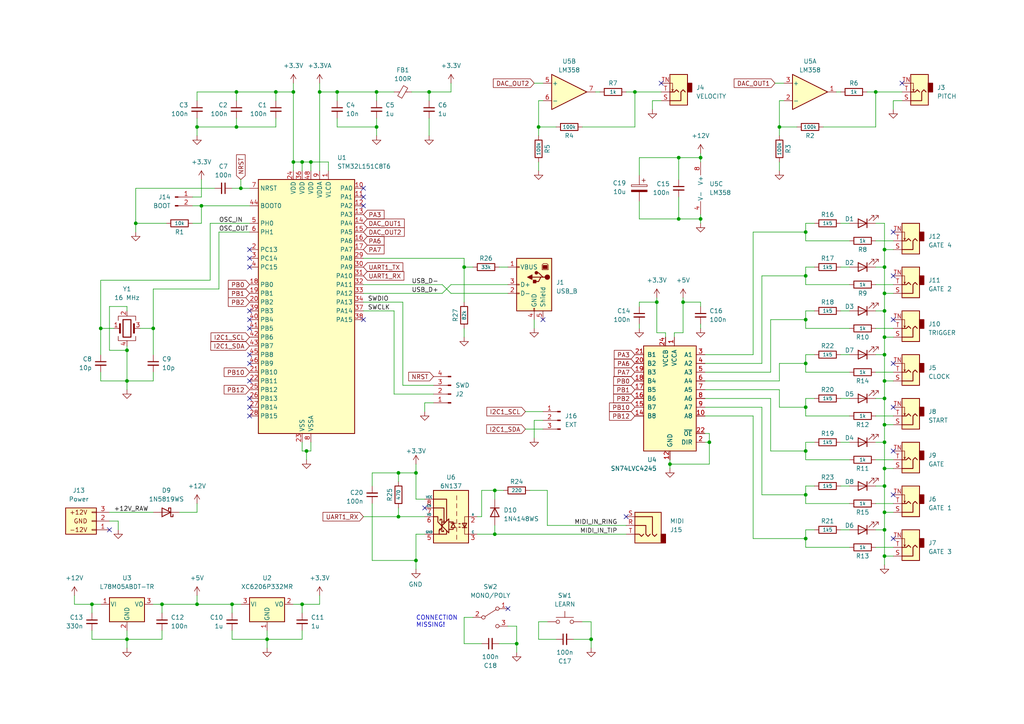
<source format=kicad_sch>
(kicad_sch (version 20250114) (generator "eeschema") (generator_version "9.0")
  (paper "A4")
  (text "CONNECTION\nMISSING!" (at 120.65 180.34 0) (effects (font (size 1.27 1.27)) (justify left)))
  (junction (at 87.63 175.26))
  (junction (at 256.54 153.67))
  (junction (at 205.74 128.27))
  (junction (at 143.51 154.94))
  (junction (at 196.85 45.72))
  (junction (at 90.17 46.99))
  (junction (at 36.83 185.42))
  (junction (at 190.5 87.63))
  (junction (at 120.65 137.16))
  (junction (at 233.68 156.21))
  (junction (at 149.86 186.69))
  (junction (at 203.2 63.5))
  (junction (at 233.68 92.71))
  (junction (at 36.83 101.6))
  (junction (at 256.54 72.39))
  (junction (at 184.15 26.67))
  (junction (at 233.68 80.01))
  (junction (at 92.71 26.67))
  (junction (at 256.54 128.27))
  (junction (at 134.62 77.47))
  (junction (at 194.31 134.62))
  (junction (at 67.31 175.26))
  (junction (at 203.2 45.72))
  (junction (at 97.79 26.67))
  (junction (at 256.54 115.57))
  (junction (at 36.83 110.49))
  (junction (at 156.21 36.83))
  (junction (at 171.45 185.42))
  (junction (at 198.12 87.63))
  (junction (at 85.09 26.67))
  (junction (at 226.06 36.83))
  (junction (at 88.9 130.81))
  (junction (at 196.85 63.5))
  (junction (at 26.67 175.26))
  (junction (at 68.58 36.83))
  (junction (at 254 26.67))
  (junction (at 115.57 149.86))
  (junction (at 46.99 175.26))
  (junction (at 69.85 54.61))
  (junction (at 58.42 59.69))
  (junction (at 233.68 130.81))
  (junction (at 233.68 105.41))
  (junction (at 29.21 95.25))
  (junction (at 57.15 36.83))
  (junction (at 85.09 46.99))
  (junction (at 256.54 77.47))
  (junction (at 256.54 110.49))
  (junction (at 120.65 162.56))
  (junction (at 233.68 67.31))
  (junction (at 109.22 36.83))
  (junction (at 256.54 85.09))
  (junction (at 233.68 118.11))
  (junction (at 87.63 46.99))
  (junction (at 256.54 102.87))
  (junction (at 256.54 140.97))
  (junction (at 256.54 161.29))
  (junction (at 143.51 142.24))
  (junction (at 256.54 97.79))
  (junction (at 39.37 64.77))
  (junction (at 68.58 26.67))
  (junction (at 256.54 148.59))
  (junction (at 80.01 26.67))
  (junction (at 256.54 90.17))
  (junction (at 57.15 175.26))
  (junction (at 115.57 137.16))
  (junction (at 256.54 135.89))
  (junction (at 124.46 26.67))
  (junction (at 256.54 123.19))
  (junction (at 44.45 95.25))
  (junction (at 233.68 143.51))
  (junction (at 77.47 185.42))
  (junction (at 109.22 26.67))
  (no_connect (at 259.08 156.21))
  (no_connect (at 123.19 147.32))
  (no_connect (at 105.41 59.69))
  (no_connect (at 72.39 77.47))
  (no_connect (at 72.39 118.11))
  (no_connect (at 259.08 80.01))
  (no_connect (at 105.41 57.15))
  (no_connect (at 72.39 120.65))
  (no_connect (at 259.08 105.41))
  (no_connect (at 72.39 95.25))
  (no_connect (at 259.08 130.81))
  (no_connect (at 105.41 92.71))
  (no_connect (at 72.39 105.41))
  (no_connect (at 147.32 176.53))
  (no_connect (at 105.41 54.61))
  (no_connect (at 259.08 143.51))
  (no_connect (at 259.08 67.31))
  (no_connect (at 72.39 74.93))
  (no_connect (at 72.39 90.17))
  (no_connect (at 72.39 115.57))
  (no_connect (at 157.48 92.71))
  (no_connect (at 261.62 24.13))
  (no_connect (at 72.39 72.39))
  (no_connect (at 72.39 92.71))
  (no_connect (at 259.08 92.71))
  (no_connect (at 181.61 149.86))
  (no_connect (at 72.39 102.87))
  (no_connect (at 259.08 118.11))
  (no_connect (at 72.39 110.49))
  (no_connect (at 31.75 153.67))
  (no_connect (at 191.77 24.13))
  (wire (pts (xy 226.06 118.11) (xy 233.68 118.11)))
  (wire (pts (xy 198.12 87.63) (xy 198.12 96.52)))
  (wire (pts (xy 204.47 113.03) (xy 226.06 113.03)))
  (wire (pts (xy 224.79 24.13) (xy 227.33 24.13)))
  (wire (pts (xy 233.68 102.87) (xy 236.22 102.87)))
  (wire (pts (xy 243.84 64.77) (xy 246.38 64.77)))
  (wire (pts (xy 58.42 52.07) (xy 58.42 57.15)))
  (wire (pts (xy 256.54 135.89) (xy 256.54 140.97)))
  (wire (pts (xy 185.42 45.72) (xy 196.85 45.72)))
  (wire (pts (xy 72.39 67.31) (xy 63.5 67.31)))
  (wire (pts (xy 68.58 26.67) (xy 80.01 26.67)))
  (wire (pts (xy 243.84 102.87) (xy 246.38 102.87)))
  (wire (pts (xy 92.71 24.13) (xy 92.71 26.67)))
  (wire (pts (xy 256.54 85.09) (xy 259.08 85.09)))
  (wire (pts (xy 158.75 152.4) (xy 181.61 152.4)))
  (wire (pts (xy 114.3 114.3) (xy 125.73 114.3)))
  (wire (pts (xy 254 153.67) (xy 256.54 153.67)))
  (wire (pts (xy 185.42 88.9) (xy 185.42 87.63)))
  (wire (pts (xy 139.7 149.86) (xy 139.7 142.24)))
  (wire (pts (xy 185.42 50.8) (xy 185.42 45.72)))
  (wire (pts (xy 58.42 59.69) (xy 58.42 64.77)))
  (wire (pts (xy 198.12 96.52) (xy 195.58 96.52)))
  (wire (pts (xy 259.08 29.21) (xy 261.62 29.21)))
  (wire (pts (xy 87.63 128.27) (xy 87.63 130.81)))
  (wire (pts (xy 194.31 134.62) (xy 194.31 135.89)))
  (wire (pts (xy 26.67 182.88) (xy 26.67 185.42)))
  (wire (pts (xy 44.45 110.49) (xy 44.45 107.95)))
  (wire (pts (xy 233.68 64.77) (xy 236.22 64.77)))
  (wire (pts (xy 204.47 125.73) (xy 205.74 125.73)))
  (wire (pts (xy 152.4 119.38) (xy 157.48 119.38)))
  (wire (pts (xy 233.68 128.27) (xy 236.22 128.27)))
  (wire (pts (xy 256.54 102.87) (xy 256.54 110.49)))
  (wire (pts (xy 184.15 26.67) (xy 184.15 36.83)))
  (wire (pts (xy 223.52 92.71) (xy 233.68 92.71)))
  (wire (pts (xy 80.01 29.21) (xy 80.01 26.67)))
  (wire (pts (xy 46.99 182.88) (xy 46.99 185.42)))
  (wire (pts (xy 69.85 52.07) (xy 69.85 54.61)))
  (wire (pts (xy 57.15 36.83) (xy 57.15 34.29)))
  (wire (pts (xy 233.68 140.97) (xy 233.68 143.51)))
  (wire (pts (xy 39.37 54.61) (xy 62.23 54.61)))
  (wire (pts (xy 173.99 26.67) (xy 172.72 26.67)))
  (wire (pts (xy 139.7 186.69) (xy 134.62 186.69)))
  (wire (pts (xy 29.21 81.28) (xy 29.21 95.25)))
  (wire (pts (xy 130.81 82.55) (xy 147.32 82.55)))
  (wire (pts (xy 44.45 95.25) (xy 44.45 102.87)))
  (wire (pts (xy 256.54 123.19) (xy 259.08 123.19)))
  (wire (pts (xy 87.63 130.81) (xy 88.9 130.81)))
  (wire (pts (xy 105.41 90.17) (xy 114.3 90.17)))
  (wire (pts (xy 156.21 36.83) (xy 161.29 36.83)))
  (wire (pts (xy 87.63 49.53) (xy 87.63 46.99)))
  (wire (pts (xy 233.68 130.81) (xy 233.68 133.35)))
  (wire (pts (xy 109.22 26.67) (xy 109.22 29.21)))
  (wire (pts (xy 55.88 59.69) (xy 58.42 59.69)))
  (wire (pts (xy 194.31 133.35) (xy 194.31 134.62)))
  (wire (pts (xy 218.44 67.31) (xy 233.68 67.31)))
  (wire (pts (xy 52.07 148.59) (xy 57.15 148.59)))
  (wire (pts (xy 123.19 144.78) (xy 120.65 144.78)))
  (wire (pts (xy 233.68 118.11) (xy 233.68 120.65)))
  (wire (pts (xy 130.81 82.55) (xy 128.27 85.09)))
  (wire (pts (xy 55.88 64.77) (xy 58.42 64.77)))
  (wire (pts (xy 233.68 95.25) (xy 246.38 95.25)))
  (wire (pts (xy 256.54 123.19) (xy 256.54 128.27)))
  (wire (pts (xy 60.96 64.77) (xy 60.96 81.28)))
  (wire (pts (xy 233.68 120.65) (xy 246.38 120.65)))
  (wire (pts (xy 233.68 77.47) (xy 233.68 80.01)))
  (wire (pts (xy 166.37 185.42) (xy 171.45 185.42)))
  (wire (pts (xy 115.57 149.86) (xy 123.19 149.86)))
  (wire (pts (xy 124.46 34.29) (xy 124.46 39.37)))
  (wire (pts (xy 88.9 130.81) (xy 88.9 133.35)))
  (wire (pts (xy 26.67 177.8) (xy 26.67 175.26)))
  (wire (pts (xy 124.46 26.67) (xy 119.38 26.67)))
  (wire (pts (xy 254 128.27) (xy 256.54 128.27)))
  (wire (pts (xy 77.47 185.42) (xy 77.47 182.88)))
  (wire (pts (xy 256.54 115.57) (xy 256.54 123.19)))
  (wire (pts (xy 204.47 102.87) (xy 218.44 102.87)))
  (wire (pts (xy 152.4 124.46) (xy 157.48 124.46)))
  (wire (pts (xy 218.44 156.21) (xy 233.68 156.21)))
  (wire (pts (xy 256.54 64.77) (xy 256.54 72.39)))
  (wire (pts (xy 233.68 158.75) (xy 246.38 158.75)))
  (wire (pts (xy 92.71 26.67) (xy 97.79 26.67)))
  (wire (pts (xy 29.21 95.25) (xy 29.21 102.87)))
  (wire (pts (xy 144.78 186.69) (xy 149.86 186.69)))
  (wire (pts (xy 226.06 105.41) (xy 233.68 105.41)))
  (wire (pts (xy 223.52 130.81) (xy 233.68 130.81)))
  (wire (pts (xy 256.54 110.49) (xy 259.08 110.49)))
  (wire (pts (xy 233.68 153.67) (xy 236.22 153.67)))
  (wire (pts (xy 107.95 137.16) (xy 115.57 137.16)))
  (wire (pts (xy 190.5 96.52) (xy 193.04 96.52)))
  (wire (pts (xy 80.01 36.83) (xy 68.58 36.83)))
  (wire (pts (xy 120.65 144.78) (xy 120.65 137.16)))
  (wire (pts (xy 67.31 177.8) (xy 67.31 175.26)))
  (wire (pts (xy 92.71 26.67) (xy 92.71 49.53)))
  (wire (pts (xy 226.06 36.83) (xy 226.06 29.21)))
  (wire (pts (xy 68.58 34.29) (xy 68.58 36.83)))
  (wire (pts (xy 123.19 119.38) (xy 123.19 116.84)))
  (wire (pts (xy 171.45 180.34) (xy 171.45 185.42)))
  (wire (pts (xy 254 77.47) (xy 256.54 77.47)))
  (wire (pts (xy 68.58 29.21) (xy 68.58 26.67)))
  (wire (pts (xy 138.43 154.94) (xy 143.51 154.94)))
  (wire (pts (xy 243.84 128.27) (xy 246.38 128.27)))
  (wire (pts (xy 116.84 111.76) (xy 125.73 111.76)))
  (wire (pts (xy 156.21 185.42) (xy 156.21 180.34)))
  (wire (pts (xy 233.68 115.57) (xy 236.22 115.57)))
  (wire (pts (xy 143.51 142.24) (xy 143.51 144.78)))
  (wire (pts (xy 29.21 95.25) (xy 33.02 95.25)))
  (wire (pts (xy 97.79 26.67) (xy 97.79 29.21)))
  (wire (pts (xy 63.5 83.82) (xy 44.45 83.82)))
  (wire (pts (xy 58.42 59.69) (xy 72.39 59.69)))
  (wire (pts (xy 57.15 172.72) (xy 57.15 175.26)))
  (wire (pts (xy 31.75 88.9) (xy 31.75 101.6)))
  (wire (pts (xy 116.84 87.63) (xy 116.84 111.76)))
  (wire (pts (xy 254 133.35) (xy 259.08 133.35)))
  (wire (pts (xy 97.79 26.67) (xy 109.22 26.67)))
  (wire (pts (xy 46.99 175.26) (xy 46.99 177.8)))
  (wire (pts (xy 196.85 63.5) (xy 203.2 63.5)))
  (wire (pts (xy 147.32 181.61) (xy 149.86 181.61)))
  (wire (pts (xy 233.68 156.21) (xy 233.68 158.75)))
  (wire (pts (xy 139.7 142.24) (xy 143.51 142.24)))
  (wire (pts (xy 107.95 140.97) (xy 107.95 137.16)))
  (wire (pts (xy 109.22 36.83) (xy 109.22 34.29)))
  (wire (pts (xy 154.94 121.92) (xy 157.48 121.92)))
  (wire (pts (xy 107.95 162.56) (xy 120.65 162.56)))
  (wire (pts (xy 57.15 175.26) (xy 67.31 175.26)))
  (wire (pts (xy 256.54 85.09) (xy 256.54 90.17)))
  (wire (pts (xy 114.3 90.17) (xy 114.3 114.3)))
  (wire (pts (xy 203.2 87.63) (xy 198.12 87.63)))
  (wire (pts (xy 85.09 46.99) (xy 87.63 46.99)))
  (wire (pts (xy 205.74 125.73) (xy 205.74 128.27)))
  (wire (pts (xy 34.29 151.13) (xy 34.29 153.67)))
  (wire (pts (xy 203.2 63.5) (xy 203.2 62.23)))
  (wire (pts (xy 254 90.17) (xy 256.54 90.17)))
  (wire (pts (xy 144.78 77.47) (xy 147.32 77.47)))
  (wire (pts (xy 130.81 26.67) (xy 124.46 26.67)))
  (wire (pts (xy 233.68 102.87) (xy 233.68 105.41)))
  (wire (pts (xy 256.54 77.47) (xy 256.54 85.09)))
  (wire (pts (xy 57.15 29.21) (xy 57.15 26.67)))
  (wire (pts (xy 256.54 72.39) (xy 259.08 72.39)))
  (wire (pts (xy 256.54 153.67) (xy 256.54 161.29)))
  (wire (pts (xy 220.98 105.41) (xy 220.98 80.01)))
  (wire (pts (xy 105.41 74.93) (xy 134.62 74.93)))
  (wire (pts (xy 251.46 26.67) (xy 254 26.67)))
  (wire (pts (xy 115.57 139.7) (xy 115.57 137.16)))
  (wire (pts (xy 46.99 185.42) (xy 36.83 185.42)))
  (wire (pts (xy 120.65 162.56) (xy 120.65 165.1)))
  (wire (pts (xy 204.47 107.95) (xy 223.52 107.95)))
  (wire (pts (xy 85.09 26.67) (xy 85.09 46.99)))
  (wire (pts (xy 87.63 175.26) (xy 85.09 175.26)))
  (wire (pts (xy 39.37 64.77) (xy 39.37 67.31)))
  (wire (pts (xy 156.21 39.37) (xy 156.21 36.83)))
  (wire (pts (xy 254 95.25) (xy 259.08 95.25)))
  (wire (pts (xy 233.68 77.47) (xy 236.22 77.47)))
  (wire (pts (xy 158.75 142.24) (xy 153.67 142.24)))
  (wire (pts (xy 198.12 86.36) (xy 198.12 87.63)))
  (wire (pts (xy 185.42 63.5) (xy 196.85 63.5)))
  (wire (pts (xy 31.75 151.13) (xy 34.29 151.13)))
  (wire (pts (xy 256.54 128.27) (xy 256.54 135.89)))
  (wire (pts (xy 203.2 93.98) (xy 203.2 95.25)))
  (wire (pts (xy 218.44 102.87) (xy 218.44 67.31)))
  (wire (pts (xy 105.41 149.86) (xy 115.57 149.86)))
  (wire (pts (xy 233.68 105.41) (xy 233.68 107.95)))
  (wire (pts (xy 204.47 105.41) (xy 220.98 105.41)))
  (wire (pts (xy 90.17 46.99) (xy 87.63 46.99)))
  (wire (pts (xy 80.01 34.29) (xy 80.01 36.83)))
  (wire (pts (xy 156.21 36.83) (xy 156.21 29.21)))
  (wire (pts (xy 218.44 120.65) (xy 218.44 156.21)))
  (wire (pts (xy 154.94 24.13) (xy 157.48 24.13)))
  (wire (pts (xy 72.39 64.77) (xy 60.96 64.77)))
  (wire (pts (xy 57.15 26.67) (xy 68.58 26.67)))
  (wire (pts (xy 226.06 29.21) (xy 227.33 29.21)))
  (wire (pts (xy 168.91 36.83) (xy 184.15 36.83)))
  (wire (pts (xy 36.83 88.9) (xy 31.75 88.9)))
  (wire (pts (xy 39.37 64.77) (xy 39.37 54.61)))
  (wire (pts (xy 220.98 118.11) (xy 220.98 143.51)))
  (wire (pts (xy 85.09 24.13) (xy 85.09 26.67)))
  (wire (pts (xy 233.68 92.71) (xy 233.68 95.25)))
  (wire (pts (xy 190.5 86.36) (xy 190.5 87.63)))
  (wire (pts (xy 134.62 186.69) (xy 134.62 179.07)))
  (wire (pts (xy 67.31 54.61) (xy 69.85 54.61)))
  (wire (pts (xy 87.63 182.88) (xy 87.63 185.42)))
  (wire (pts (xy 105.41 87.63) (xy 116.84 87.63)))
  (wire (pts (xy 204.47 128.27) (xy 205.74 128.27)))
  (wire (pts (xy 88.9 130.81) (xy 90.17 130.81)))
  (wire (pts (xy 69.85 54.61) (xy 72.39 54.61)))
  (wire (pts (xy 154.94 92.71) (xy 154.94 95.25)))
  (wire (pts (xy 254 64.77) (xy 256.54 64.77)))
  (wire (pts (xy 168.91 180.34) (xy 171.45 180.34)))
  (wire (pts (xy 80.01 26.67) (xy 85.09 26.67)))
  (wire (pts (xy 256.54 97.79) (xy 259.08 97.79)))
  (wire (pts (xy 226.06 36.83) (xy 231.14 36.83)))
  (wire (pts (xy 21.59 172.72) (xy 21.59 175.26)))
  (wire (pts (xy 196.85 57.15) (xy 196.85 63.5)))
  (wire (pts (xy 196.85 52.07) (xy 196.85 45.72)))
  (wire (pts (xy 233.68 69.85) (xy 246.38 69.85)))
  (wire (pts (xy 97.79 36.83) (xy 109.22 36.83)))
  (wire (pts (xy 256.54 110.49) (xy 256.54 115.57)))
  (wire (pts (xy 190.5 87.63) (xy 190.5 96.52)))
  (wire (pts (xy 134.62 179.07) (xy 137.16 179.07)))
  (wire (pts (xy 130.81 24.13) (xy 130.81 26.67)))
  (wire (pts (xy 134.62 77.47) (xy 134.62 87.63)))
  (wire (pts (xy 233.68 80.01) (xy 233.68 82.55)))
  (wire (pts (xy 40.64 95.25) (xy 44.45 95.25)))
  (wire (pts (xy 256.54 163.83) (xy 256.54 161.29)))
  (wire (pts (xy 31.75 101.6) (xy 36.83 101.6)))
  (wire (pts (xy 256.54 161.29) (xy 259.08 161.29)))
  (wire (pts (xy 220.98 143.51) (xy 233.68 143.51)))
  (wire (pts (xy 193.04 96.52) (xy 193.04 97.79)))
  (wire (pts (xy 161.29 185.42) (xy 156.21 185.42)))
  (wire (pts (xy 203.2 63.5) (xy 203.2 64.77)))
  (wire (pts (xy 243.84 140.97) (xy 246.38 140.97)))
  (wire (pts (xy 203.2 44.45) (xy 203.2 45.72)))
  (wire (pts (xy 44.45 175.26) (xy 46.99 175.26)))
  (wire (pts (xy 114.3 26.67) (xy 109.22 26.67)))
  (wire (pts (xy 256.54 140.97) (xy 256.54 148.59)))
  (wire (pts (xy 254 69.85) (xy 259.08 69.85)))
  (wire (pts (xy 256.54 97.79) (xy 256.54 102.87)))
  (wire (pts (xy 146.05 142.24) (xy 143.51 142.24)))
  (wire (pts (xy 254 140.97) (xy 256.54 140.97)))
  (wire (pts (xy 57.15 36.83) (xy 57.15 39.37)))
  (wire (pts (xy 95.25 46.99) (xy 95.25 49.53)))
  (wire (pts (xy 171.45 187.96) (xy 171.45 185.42)))
  (wire (pts (xy 67.31 175.26) (xy 69.85 175.26)))
  (wire (pts (xy 97.79 34.29) (xy 97.79 36.83)))
  (wire (pts (xy 233.68 82.55) (xy 246.38 82.55)))
  (wire (pts (xy 134.62 74.93) (xy 134.62 77.47)))
  (wire (pts (xy 254 158.75) (xy 259.08 158.75)))
  (wire (pts (xy 233.68 90.17) (xy 236.22 90.17)))
  (wire (pts (xy 124.46 29.21) (xy 124.46 26.67)))
  (wire (pts (xy 256.54 72.39) (xy 256.54 77.47)))
  (wire (pts (xy 67.31 185.42) (xy 77.47 185.42)))
  (wire (pts (xy 68.58 36.83) (xy 57.15 36.83)))
  (wire (pts (xy 109.22 36.83) (xy 109.22 39.37)))
  (wire (pts (xy 184.15 26.67) (xy 191.77 26.67)))
  (wire (pts (xy 156.21 180.34) (xy 158.75 180.34)))
  (wire (pts (xy 181.61 26.67) (xy 184.15 26.67)))
  (wire (pts (xy 189.23 31.75) (xy 189.23 29.21)))
  (wire (pts (xy 223.52 115.57) (xy 223.52 130.81)))
  (wire (pts (xy 92.71 175.26) (xy 87.63 175.26)))
  (wire (pts (xy 243.84 153.67) (xy 246.38 153.67)))
  (wire (pts (xy 105.41 85.09) (xy 128.27 85.09)))
  (wire (pts (xy 256.54 135.89) (xy 259.08 135.89)))
  (wire (pts (xy 123.19 116.84) (xy 125.73 116.84)))
  (wire (pts (xy 36.83 185.42) (xy 36.83 187.96)))
  (wire (pts (xy 233.68 133.35) (xy 246.38 133.35)))
  (wire (pts (xy 120.65 154.94) (xy 120.65 162.56)))
  (wire (pts (xy 243.84 26.67) (xy 242.57 26.67)))
  (wire (pts (xy 254 115.57) (xy 256.54 115.57)))
  (wire (pts (xy 31.75 148.59) (xy 44.45 148.59)))
  (wire (pts (xy 158.75 152.4) (xy 158.75 142.24)))
  (wire (pts (xy 254 107.95) (xy 259.08 107.95)))
  (wire (pts (xy 57.15 146.05) (xy 57.15 148.59)))
  (wire (pts (xy 29.21 107.95) (xy 29.21 110.49)))
  (wire (pts (xy 243.84 90.17) (xy 246.38 90.17)))
  (wire (pts (xy 254 102.87) (xy 256.54 102.87)))
  (wire (pts (xy 233.68 67.31) (xy 233.68 69.85)))
  (wire (pts (xy 204.47 110.49) (xy 226.06 110.49)))
  (wire (pts (xy 254 26.67) (xy 254 36.83)))
  (wire (pts (xy 143.51 154.94) (xy 143.51 152.4)))
  (wire (pts (xy 203.2 88.9) (xy 203.2 87.63)))
  (wire (pts (xy 36.83 101.6) (xy 36.83 110.49)))
  (wire (pts (xy 238.76 36.83) (xy 254 36.83)))
  (wire (pts (xy 205.74 128.27) (xy 205.74 134.62)))
  (wire (pts (xy 92.71 172.72) (xy 92.71 175.26)))
  (wire (pts (xy 29.21 110.49) (xy 36.83 110.49)))
  (wire (pts (xy 226.06 46.99) (xy 226.06 49.53)))
  (wire (pts (xy 233.68 90.17) (xy 233.68 92.71)))
  (wire (pts (xy 107.95 146.05) (xy 107.95 162.56)))
  (wire (pts (xy 154.94 127) (xy 154.94 121.92)))
  (wire (pts (xy 21.59 175.26) (xy 26.67 175.26)))
  (wire (pts (xy 195.58 96.52) (xy 195.58 97.79)))
  (wire (pts (xy 36.83 101.6) (xy 36.83 100.33)))
  (wire (pts (xy 128.27 82.55) (xy 130.81 85.09)))
  (wire (pts (xy 115.57 137.16) (xy 120.65 137.16)))
  (wire (pts (xy 196.85 45.72) (xy 203.2 45.72)))
  (wire (pts (xy 58.42 57.15) (xy 55.88 57.15)))
  (wire (pts (xy 39.37 64.77) (xy 48.26 64.77)))
  (wire (pts (xy 256.54 90.17) (xy 256.54 97.79)))
  (wire (pts (xy 223.52 107.95) (xy 223.52 92.71)))
  (wire (pts (xy 220.98 80.01) (xy 233.68 80.01)))
  (wire (pts (xy 256.54 148.59) (xy 259.08 148.59)))
  (wire (pts (xy 254 120.65) (xy 259.08 120.65)))
  (wire (pts (xy 254 82.55) (xy 259.08 82.55)))
  (wire (pts (xy 120.65 134.62) (xy 120.65 137.16)))
  (wire (pts (xy 226.06 110.49) (xy 226.06 105.41)))
  (wire (pts (xy 254 26.67) (xy 261.62 26.67)))
  (wire (pts (xy 185.42 93.98) (xy 185.42 95.25)))
  (wire (pts (xy 204.47 118.11) (xy 220.98 118.11)))
  (wire (pts (xy 77.47 185.42) (xy 77.47 187.96)))
  (wire (pts (xy 243.84 77.47) (xy 246.38 77.47)))
  (wire (pts (xy 123.19 154.94) (xy 120.65 154.94)))
  (wire (pts (xy 226.06 39.37) (xy 226.06 36.83)))
  (wire (pts (xy 143.51 154.94) (xy 181.61 154.94)))
  (wire (pts (xy 205.74 134.62) (xy 194.31 134.62)))
  (wire (pts (xy 203.2 45.72) (xy 203.2 46.99)))
  (wire (pts (xy 44.45 83.82) (xy 44.45 95.25)))
  (wire (pts (xy 36.83 90.17) (xy 36.83 88.9)))
  (wire (pts (xy 233.68 115.57) (xy 233.68 118.11)))
  (wire (pts (xy 90.17 49.53) (xy 90.17 46.99)))
  (wire (pts (xy 149.86 181.61) (xy 149.86 186.69)))
  (wire (pts (xy 204.47 120.65) (xy 218.44 120.65)))
  (wire (pts (xy 233.68 146.05) (xy 246.38 146.05)))
  (wire (pts (xy 46.99 175.26) (xy 57.15 175.26)))
  (wire (pts (xy 137.16 77.47) (xy 134.62 77.47)))
  (wire (pts (xy 233.68 153.67) (xy 233.68 156.21)))
  (wire (pts (xy 226.06 113.03) (xy 226.06 118.11)))
  (wire (pts (xy 139.7 149.86) (xy 138.43 149.86)))
  (wire (pts (xy 63.5 67.31) (xy 63.5 83.82)))
  (wire (pts (xy 90.17 130.81) (xy 90.17 128.27)))
  (wire (pts (xy 156.21 29.21) (xy 157.48 29.21)))
  (wire (pts (xy 87.63 185.42) (xy 77.47 185.42)))
  (wire (pts (xy 204.47 115.57) (xy 223.52 115.57)))
  (wire (pts (xy 156.21 46.99) (xy 156.21 49.53)))
  (wire (pts (xy 115.57 147.32) (xy 115.57 149.86)))
  (wire (pts (xy 90.17 46.99) (xy 95.25 46.99)))
  (wire (pts (xy 26.67 175.26) (xy 29.21 175.26)))
  (wire (pts (xy 259.08 31.75) (xy 259.08 29.21)))
  (wire (pts (xy 243.84 115.57) (xy 246.38 115.57)))
  (wire (pts (xy 134.62 95.25) (xy 134.62 97.79)))
  (wire (pts (xy 185.42 58.42) (xy 185.42 63.5)))
  (wire (pts (xy 36.83 110.49) (xy 44.45 110.49)))
  (wire (pts (xy 233.68 140.97) (xy 236.22 140.97)))
  (wire (pts (xy 36.83 185.42) (xy 36.83 182.88)))
  (wire (pts (xy 67.31 182.88) (xy 67.31 185.42)))
  (wire (pts (xy 36.83 110.49) (xy 36.83 113.03)))
  (wire (pts (xy 85.09 46.99) (xy 85.09 49.53)))
  (wire (pts (xy 233.68 64.77) (xy 233.68 67.31)))
  (wire (pts (xy 256.54 148.59) (xy 256.54 153.67)))
  (wire (pts (xy 149.86 189.23) (xy 149.86 186.69)))
  (wire (pts (xy 105.41 82.55) (xy 128.27 82.55)))
  (wire (pts (xy 26.67 185.42) (xy 36.83 185.42)))
  (wire (pts (xy 130.81 85.09) (xy 147.32 85.09)))
  (wire (pts (xy 189.23 29.21) (xy 191.77 29.21)))
  (wire (pts (xy 185.42 87.63) (xy 190.5 87.63)))
  (wire (pts (xy 233.68 128.27) (xy 233.68 130.81)))
  (wire (pts (xy 233.68 107.95) (xy 246.38 107.95)))
  (wire (pts (xy 87.63 177.8) (xy 87.63 175.26)))
  (wire (pts (xy 60.96 81.28) (xy 29.21 81.28)))
  (wire (pts (xy 254 146.05) (xy 259.08 146.05)))
  (wire (pts (xy 233.68 143.51) (xy 233.68 146.05)))
  (label "OSC_OUT" (at 63.5 67.31 0))
  (label "USB_D-" (at 119.38 82.55 0))
  (label "SWCLK" (at 106.68 90.17 0))
  (label "MIDI_IN_RING" (at 179.07 152.4 180))
  (label "MIDI_IN_TIP" (at 179.07 154.94 180))
  (label "USB_D+" (at 119.38 85.09 0))
  (label "OSC_IN" (at 63.5 64.77 0))
  (label "SWDIO" (at 106.68 87.63 0))
  (label "+12V_RAW" (at 33.02 148.59 0))
  (global_label "PB0" (shape input) (at 72.39 82.55 180) (property "Intersheetrefs" "${INTERSHEET_REFS}" (effects (hide yes))))
  (global_label "DAC_OUT1" (shape input) (at 224.79 24.13 180) (property "Intersheetrefs" "${INTERSHEET_REFS}" (effects (hide yes))))
  (global_label "I2C1_SDA" (shape input) (at 152.4 124.46 180) (property "Intersheetrefs" "${INTERSHEET_REFS}" (effects (hide yes))))
  (global_label "UART1_TX" (shape input) (at 105.41 77.47 0) (property "Intersheetrefs" "${INTERSHEET_REFS}" (effects (hide yes))))
  (global_label "PB0" (shape input) (at 184.15 110.49 180) (property "Intersheetrefs" "${INTERSHEET_REFS}" (effects (hide yes))))
  (global_label "DAC_OUT1" (shape input) (at 105.41 64.77 0) (property "Intersheetrefs" "${INTERSHEET_REFS}" (effects (hide yes))))
  (global_label "PB1" (shape input) (at 184.15 113.03 180) (property "Intersheetrefs" "${INTERSHEET_REFS}" (effects (hide yes))))
  (global_label "PA7" (shape input) (at 105.41 72.39 0) (property "Intersheetrefs" "${INTERSHEET_REFS}" (effects (hide yes))))
  (global_label "PB12" (shape input) (at 184.15 120.65 180) (property "Intersheetrefs" "${INTERSHEET_REFS}" (effects (hide yes))))
  (global_label "PB10" (shape input) (at 72.39 107.95 180) (property "Intersheetrefs" "${INTERSHEET_REFS}" (effects (hide yes))))
  (global_label "PA3" (shape input) (at 184.15 102.87 180) (property "Intersheetrefs" "${INTERSHEET_REFS}" (effects (hide yes))))
  (global_label "UART1_RX" (shape input) (at 105.41 80.01 0) (property "Intersheetrefs" "${INTERSHEET_REFS}" (effects (hide yes))))
  (global_label "PB2" (shape input) (at 184.15 115.57 180) (property "Intersheetrefs" "${INTERSHEET_REFS}" (effects (hide yes))))
  (global_label "I2C1_SCL" (shape input) (at 72.39 97.79 180) (property "Intersheetrefs" "${INTERSHEET_REFS}" (effects (hide yes))))
  (global_label "NRST" (shape input) (at 125.73 109.22 180) (property "Intersheetrefs" "${INTERSHEET_REFS}" (effects (hide yes))))
  (global_label "DAC_OUT2" (shape input) (at 154.94 24.13 180) (property "Intersheetrefs" "${INTERSHEET_REFS}" (effects (hide yes))))
  (global_label "UART1_RX" (shape input) (at 105.41 149.86 180) (property "Intersheetrefs" "${INTERSHEET_REFS}" (effects (hide yes))))
  (global_label "PA6" (shape input) (at 184.15 105.41 180) (property "Intersheetrefs" "${INTERSHEET_REFS}" (effects (hide yes))))
  (global_label "PB12" (shape input) (at 72.39 113.03 180) (property "Intersheetrefs" "${INTERSHEET_REFS}" (effects (hide yes))))
  (global_label "PA6" (shape input) (at 105.41 69.85 0) (property "Intersheetrefs" "${INTERSHEET_REFS}" (effects (hide yes))))
  (global_label "PB10" (shape input) (at 184.15 118.11 180) (property "Intersheetrefs" "${INTERSHEET_REFS}" (effects (hide yes))))
  (global_label "DAC_OUT2" (shape input) (at 105.41 67.31 0) (property "Intersheetrefs" "${INTERSHEET_REFS}" (effects (hide yes))))
  (global_label "PA3" (shape input) (at 105.41 62.23 0) (property "Intersheetrefs" "${INTERSHEET_REFS}" (effects (hide yes))))
  (global_label "PB1" (shape input) (at 72.39 85.09 180) (property "Intersheetrefs" "${INTERSHEET_REFS}" (effects (hide yes))))
  (global_label "PB2" (shape input) (at 72.39 87.63 180) (property "Intersheetrefs" "${INTERSHEET_REFS}" (effects (hide yes))))
  (global_label "I2C1_SCL" (shape input) (at 152.4 119.38 180) (property "Intersheetrefs" "${INTERSHEET_REFS}" (effects (hide yes))))
  (global_label "NRST" (shape input) (at 69.85 52.07 90) (property "Intersheetrefs" "${INTERSHEET_REFS}" (effects (hide yes))))
  (global_label "I2C1_SDA" (shape input) (at 72.39 100.33 180) (property "Intersheetrefs" "${INTERSHEET_REFS}" (effects (hide yes))))
  (global_label "PA7" (shape input) (at 184.15 107.95 180) (property "Intersheetrefs" "${INTERSHEET_REFS}" (effects (hide yes))))
  (symbol (lib_id "power:GND") (at 189.23 31.75 0) (unit 1)
    (property "Reference" "#PWR025" (effects (hide yes)))
    (property "Value" "GND" (effects (hide yes)))
  )
  (symbol (lib_id "power:GND") (at 34.29 153.67 0) (unit 1)
    (property "Reference" "#PWR033" (effects (hide yes)))
    (property "Value" "GND" (effects (hide yes)))
  )
  (symbol (lib_id "Device:R") (at 250.19 120.65 90) (unit 1)
    (property "Reference" "R12" (at 250.19 123.19 90))
    (property "Value" "1k" (at 250.19 120.65 90) (effects (font (size 1 1))))
    (property "Footprint" "Resistor_SMD:R_0603_1608Metric" (effects (hide yes)))
    (property "LCSC" "C21190" (effects (hide yes)))
  )
  (symbol (lib_id "power:GND") (at 171.45 187.96 0) (mirror y) (unit 1)
    (property "Reference" "#PWR032" (effects (hide yes)))
    (property "Value" "GND" (effects (hide yes)))
  )
  (symbol (lib_id "power:GND") (at 57.15 39.37 0) (unit 1)
    (property "Reference" "#PWR03" (effects (hide yes)))
    (property "Value" "GND" (effects (hide yes)))
  )
  (symbol (lib_id "power:GND") (at 88.9 133.35 0) (unit 1)
    (property "Reference" "#PWR01" (effects (hide yes)))
    (property "Value" "GND" (effects (hide yes)))
  )
  (symbol (lib_id "power:GND") (at 226.06 49.53 0) (unit 1)
    (property "Reference" "#PWR023" (effects (hide yes)))
    (property "Value" "GND" (effects (hide yes)))
  )
  (symbol (lib_id "Device:LED") (at 250.19 64.77 180) (unit 1)
    (property "Reference" "D1" (at 246.38 63.5 0))
    (property "Value" "LED" (effects (hide yes)))
    (property "Footprint" "TimsLib:LED_D3.0mm_Centered" (effects (hide yes)))
  )
  (symbol (lib_id "Connector_Audio:AudioJack2_SwitchT") (at 264.16 158.75 180) (unit 1)
    (property "Reference" "J7" (at 269.24 157.48 0) (effects (justify right)))
    (property "Value" "GATE 3" (at 269.24 160.02 0) (effects (justify right)))
    (property "Footprint" "TimsLib:Jack_3.5mm_PJ398SM_Vertical" (effects (hide yes)))
  )
  (symbol (lib_id "Device:C_Small") (at 44.45 105.41 0) (unit 1)
    (property "Reference" "C9" (at 46.99 104.14 0) (effects (justify left)))
    (property "Value" "10p" (at 46.99 106.68 0) (effects (justify left)))
    (property "Footprint" "Capacitor_SMD:C_0402_1005Metric" (effects (hide yes)))
    (property "LCSC" "C32949" (effects (hide yes)))
  )
  (symbol (lib_id "Diode:1N4148WS") (at 143.51 148.59 90) (mirror x) (unit 1)
    (property "Reference" "D10" (at 146.05 147.955 90) (effects (justify right)))
    (property "Value" "1N4148WS" (at 146.05 150.495 90) (effects (justify right)))
    (property "Footprint" "Diode_SMD:D_SOD-323" (effects (hide yes)))
    (property "Datasheet" "https://www.vishay.com/docs/85751/1n4148ws.pdf" (effects (hide yes)))
    (property "Sim.Device" "D" (effects (hide yes)))
    (property "Sim.Pins" "1=K 2=A" (effects (hide yes)))
    (property "LCSC" "1N4148WS" (effects (hide yes)))
  )
  (symbol (lib_id "Device:LED") (at 250.19 128.27 180) (unit 1)
    (property "Reference" "D4" (at 246.38 127 0))
    (property "Value" "LED" (effects (hide yes)))
    (property "Footprint" "TimsLib:LED_D3.0mm_Centered" (effects (hide yes)))
  )
  (symbol (lib_id "Connector:Conn_01x03_Pin") (at 162.56 121.92 0) (mirror y) (unit 1)
    (property "Reference" "J16" (at 163.83 120.65 0) (effects (justify right)))
    (property "Value" "EXT" (at 163.83 123.19 0) (effects (justify right)))
    (property "Footprint" "Connector_PinHeader_2.54mm:PinHeader_1x03_P2.54mm_Vertical" (effects (hide yes)))
  )
  (symbol (lib_id "Device:R") (at 177.8 26.67 90) (unit 1)
    (property "Reference" "R7" (at 177.8 24.13 90))
    (property "Value" "1k" (at 177.8 26.67 90) (effects (font (size 1 1))))
    (property "Footprint" "Resistor_SMD:R_0603_1608Metric" (effects (hide yes)))
    (property "LCSC" "C21190" (effects (hide yes)))
  )
  (symbol (lib_id "Device:R") (at 149.86 142.24 270) (mirror x) (unit 1)
    (property "Reference" "R24" (at 149.86 139.7 90))
    (property "Value" "220" (at 149.86 142.24 90) (effects (font (size 1 1))))
    (property "Footprint" "Resistor_SMD:R_0603_1608Metric" (effects (hide yes)))
    (property "LCSC" "C22962" (effects (hide yes)))
  )
  (symbol (lib_id "power:GND") (at 203.2 95.25 0) (mirror y) (unit 1)
    (property "Reference" "#PWR029" (effects (hide yes)))
    (property "Value" "GND" (effects (hide yes)))
  )
  (symbol (lib_id "power:+3.3V") (at 58.42 52.07 0) (unit 1)
    (property "Reference" "#PWR09" (effects (hide yes)))
    (property "Value" "+3.3V" (at 58.42 46.99 0))
  )
  (symbol (lib_id "power:GND") (at 36.83 187.96 0) (unit 1)
    (property "Reference" "#PWR017" (effects (hide yes)))
    (property "Value" "GND" (effects (hide yes)))
  )
  (symbol (lib_id "Device:R") (at 240.03 140.97 90) (unit 1)
    (property "Reference" "R23" (at 240.03 138.43 90))
    (property "Value" "1k5" (at 240.03 140.97 90) (effects (font (size 1 1))))
    (property "Footprint" "Resistor_SMD:R_0603_1608Metric" (effects (hide yes)))
    (property "LCSC" "C22843" (effects (hide yes)))
  )
  (symbol (lib_id "Device:C_Small") (at 80.01 31.75 0) (mirror y) (unit 1)
    (property "Reference" "C1" (at 77.47 30.48 0) (effects (justify left)))
    (property "Value" "100n" (at 77.47 33.02 0) (effects (justify left)))
    (property "Footprint" "Capacitor_SMD:C_0402_1005Metric" (effects (hide yes)))
    (property "LCSC" "C307331" (effects (hide yes)))
  )
  (symbol (lib_id "Device:LED") (at 250.19 115.57 180) (unit 1)
    (property "Reference" "D5" (at 246.38 114.3 0))
    (property "Value" "LED" (effects (hide yes)))
    (property "Footprint" "TimsLib:LED_D3.0mm_Centered" (effects (hide yes)))
  )
  (symbol (lib_id "power:GND") (at 259.08 31.75 0) (unit 1)
    (property "Reference" "#PWR026" (effects (hide yes)))
    (property "Value" "GND" (effects (hide yes)))
  )
  (symbol (lib_id "power:GND") (at 123.19 119.38 0) (unit 1)
    (property "Reference" "#PWR013" (effects (hide yes)))
    (property "Value" "GND" (effects (hide yes)))
  )
  (symbol (lib_id "Device:R") (at 240.03 102.87 90) (unit 1)
    (property "Reference" "R22" (at 240.03 100.33 90))
    (property "Value" "1k5" (at 240.03 102.87 90) (effects (font (size 1 1))))
    (property "Footprint" "Resistor_SMD:R_0603_1608Metric" (effects (hide yes)))
    (property "LCSC" "C22843" (effects (hide yes)))
  )
  (symbol (lib_id "Regulator_Linear:XC6206PxxxMR") (at 77.47 175.26 0) (unit 1)
    (property "Reference" "U2" (at 77.47 167.64 0))
    (property "Value" "XC6206P332MR" (at 77.47 170.18 0))
    (property "Footprint" "Package_TO_SOT_SMD:SOT-23-3" (effects (hide yes)))
    (property "Datasheet" "https://www.torexsemi.com/file/xc6206/XC6206.pdf" (effects (hide yes)))
    (property "LCSC" "C5446" (effects (hide yes)))
  )
  (symbol (lib_id "Device:C_Small") (at 67.31 180.34 0) (mirror y) (unit 1)
    (property "Reference" "C10" (at 64.77 179.07 0) (effects (justify left)))
    (property "Value" "1u" (at 64.77 181.61 0) (effects (justify left)))
    (property "Footprint" "Capacitor_SMD:C_0805_2012Metric" (effects (hide yes)))
    (property "LCSC" "C28323" (effects (hide yes)))
  )
  (symbol (lib_id "power:GND") (at 203.2 64.77 0) (unit 1)
    (property "Reference" "#PWR021" (effects (hide yes)))
    (property "Value" "GND" (effects (hide yes)))
  )
  (symbol (lib_id "Device:R") (at 250.19 133.35 90) (unit 1)
    (property "Reference" "R11" (at 250.19 135.89 90))
    (property "Value" "1k" (at 250.19 133.35 90) (effects (font (size 1 1))))
    (property "Footprint" "Resistor_SMD:R_0603_1608Metric" (effects (hide yes)))
    (property "LCSC" "C21190" (effects (hide yes)))
  )
  (symbol (lib_id "Connector_Audio:AudioJack2_SwitchT") (at 264.16 133.35 180) (unit 1)
    (property "Reference" "J9" (at 269.24 132.08 0) (effects (justify right)))
    (property "Value" "GATE" (at 269.24 134.62 0) (effects (justify right)))
    (property "Footprint" "TimsLib:Jack_3.5mm_PJ398SM_Vertical" (effects (hide yes)))
  )
  (symbol (lib_id "Connector_Audio:AudioJack2_SwitchT") (at 264.16 82.55 180) (unit 1)
    (property "Reference" "J11" (at 269.24 81.28 0) (effects (justify right)))
    (property "Value" "GATE 2" (at 269.24 83.82 0) (effects (justify right)))
    (property "Footprint" "TimsLib:Jack_3.5mm_PJ398SM_Vertical" (effects (hide yes)))
  )
  (symbol (lib_id "power:GND") (at 154.94 127 0) (unit 1)
    (property "Reference" "#PWR012" (effects (hide yes)))
    (property "Value" "GND" (effects (hide yes)))
  )
  (symbol (lib_id "Device:R") (at 240.03 153.67 90) (unit 1)
    (property "Reference" "R21" (at 240.03 151.13 90))
    (property "Value" "1k5" (at 240.03 153.67 90) (effects (font (size 1 1))))
    (property "Footprint" "Resistor_SMD:R_0603_1608Metric" (effects (hide yes)))
    (property "LCSC" "C22843" (effects (hide yes)))
  )
  (symbol (lib_id "Device:R") (at 250.19 69.85 270) (unit 1)
    (property "Reference" "R8" (at 250.19 72.39 90))
    (property "Value" "1k" (at 250.19 69.85 90) (effects (font (size 1 1))))
    (property "Footprint" "Resistor_SMD:R_0603_1608Metric" (effects (hide yes)))
    (property "LCSC" "C21190" (effects (hide yes)))
  )
  (symbol (lib_id "TimsLib:SN74LVC4245") (at 194.31 115.57 0) (mirror y) (unit 1)
    (property "Reference" "U4" (at 190.5 133.35 0) (effects (justify left)))
    (property "Value" "SN74LVC4245" (at 190.5 135.89 0) (effects (justify left)))
    (property "Footprint" "Package_SO:TSSOP-24_4.4x7.8mm_P0.65mm" (effects (hide yes)))
    (property "Datasheet" "https://www.ti.com/lit/ds/symlink/sn74lvc4245a.pdf" (effects (hide yes)))
    (property "LCSC" "C7859" (effects (hide yes)))
  )
  (symbol (lib_id "power:GND") (at 36.83 113.03 0) (unit 1)
    (property "Reference" "#PWR010" (effects (hide yes)))
    (property "Value" "GND" (effects (hide yes)))
  )
  (symbol (lib_id "Device:C_Small") (at 163.83 185.42 90) (mirror x) (unit 1)
    (property "Reference" "C17" (at 163.83 191.77 90))
    (property "Value" "100n" (at 163.83 189.23 90))
    (property "Footprint" "Capacitor_SMD:C_0402_1005Metric" (effects (hide yes)))
    (property "LCSC" "C307331" (effects (hide yes)))
  )
  (symbol (lib_id "TimsLib:Eurorack-Power_JSH-XH") (at 26.67 151.13 0) (unit 1)
    (property "Reference" "J13" (at 22.86 142.24 0))
    (property "Value" "Power" (at 22.86 144.78 0))
    (property "Footprint" "Connector_JST:JST_XH_B3B-XH-A_1x03_P2.50mm_Vertical" (effects (hide yes)))
  )
  (symbol (lib_id "Device:R") (at 240.03 90.17 90) (unit 1)
    (property "Reference" "R18" (at 240.03 87.63 90))
    (property "Value" "1k5" (at 240.03 90.17 90) (effects (font (size 1 1))))
    (property "Footprint" "Resistor_SMD:R_0603_1608Metric" (effects (hide yes)))
    (property "LCSC" "C22843" (effects (hide yes)))
  )
  (symbol (lib_id "power:+3.3V") (at 85.09 24.13 0) (unit 1)
    (property "Reference" "#PWR02" (effects (hide yes)))
    (property "Value" "+3.3V" (at 85.09 19.05 0))
  )
  (symbol (lib_id "power:+5V") (at 57.15 172.72 0) (unit 1)
    (property "Reference" "#PWR014" (effects (hide yes)))
    (property "Value" "+5V" (at 57.15 167.64 0))
  )
  (symbol (lib_id "Device:LED") (at 250.19 77.47 180) (unit 1)
    (property "Reference" "D2" (at 246.38 76.2 0))
    (property "Value" "LED" (effects (hide yes)))
    (property "Footprint" "TimsLib:LED_D3.0mm_Centered" (effects (hide yes)))
  )
  (symbol (lib_id "Device:R") (at 240.03 64.77 90) (unit 1)
    (property "Reference" "R16" (at 240.03 62.23 90))
    (property "Value" "1k5" (at 240.03 64.77 90) (effects (font (size 1 1))))
    (property "Footprint" "Resistor_SMD:R_0603_1608Metric" (effects (hide yes)))
    (property "LCSC" "C22843" (effects (hide yes)))
  )
  (symbol (lib_id "Device:R") (at 52.07 64.77 270) (unit 1)
    (property "Reference" "R1" (at 52.07 67.31 90))
    (property "Value" "10k" (at 52.07 64.77 90) (effects (font (size 1 1))))
    (property "Footprint" "Resistor_SMD:R_0603_1608Metric" (effects (hide yes)))
    (property "LCSC" "C25804" (effects (hide yes)))
  )
  (symbol (lib_id "Device:C_Small") (at 142.24 186.69 90) (mirror x) (unit 1)
    (property "Reference" "C18" (at 142.24 193.04 90))
    (property "Value" "100n" (at 142.24 190.5 90))
    (property "Footprint" "Capacitor_SMD:C_0402_1005Metric" (effects (hide yes)))
    (property "LCSC" "C307331" (effects (hide yes)))
  )
  (symbol (lib_id "Device:C_Small") (at 68.58 31.75 0) (mirror y) (unit 1)
    (property "Reference" "C2" (at 66.04 30.48 0) (effects (justify left)))
    (property "Value" "100n" (at 66.04 33.02 0) (effects (justify left)))
    (property "Footprint" "Capacitor_SMD:C_0402_1005Metric" (effects (hide yes)))
    (property "LCSC" "C307331" (effects (hide yes)))
  )
  (symbol (lib_id "Connector_Audio:AudioJack2_SwitchT") (at 264.16 95.25 180) (unit 1)
    (property "Reference" "J10" (at 269.24 93.98 0) (effects (justify right)))
    (property "Value" "TRIGGER" (at 269.24 96.52 0) (effects (justify right)))
    (property "Footprint" "TimsLib:Jack_3.5mm_PJ398SM_Vertical" (effects (hide yes)))
  )
  (symbol (lib_id "Device:C_Small") (at 124.46 31.75 0) (unit 1)
    (property "Reference" "C6" (at 127 30.48 0) (effects (justify left)))
    (property "Value" "1u" (at 127 33.02 0) (effects (justify left)))
    (property "Footprint" "Capacitor_SMD:C_0805_2012Metric" (effects (hide yes)))
    (property "LCSC" "C28323" (effects (hide yes)))
  )
  (symbol (lib_id "power:+3.3V") (at 130.81 24.13 0) (unit 1)
    (property "Reference" "#PWR07" (effects (hide yes)))
    (property "Value" "+3.3V" (at 130.81 19.05 0))
  )
  (symbol (lib_id "Connector_Audio:AudioJack2_SwitchT") (at 264.16 120.65 180) (unit 1)
    (property "Reference" "J8" (at 269.24 119.38 0) (effects (justify right)))
    (property "Value" "START" (at 269.24 121.92 0) (effects (justify right)))
    (property "Footprint" "TimsLib:Jack_3.5mm_PJ398SM_Vertical" (effects (hide yes)))
  )
  (symbol (lib_id "Device:C_Small") (at 46.99 180.34 0) (unit 1)
    (property "Reference" "C12" (at 49.53 179.07 0) (effects (justify left)))
    (property "Value" "100n" (at 49.53 181.61 0) (effects (justify left)))
    (property "Footprint" "Capacitor_SMD:C_0805_2012Metric" (effects (hide yes)))
    (property "LCSC" "C49678" (effects (hide yes)))
  )
  (symbol (lib_id "Connector_Audio:AudioJack2_SwitchT") (at 196.85 26.67 180) (unit 1)
    (property "Reference" "J4" (at 201.93 25.4 0) (effects (justify right)))
    (property "Value" "VELOCITY" (at 201.93 27.94 0) (effects (justify right)))
    (property "Footprint" "TimsLib:Jack_3.5mm_PJ398SM_Vertical" (effects (hide yes)))
  )
  (symbol (lib_id "Device:R") (at 250.19 158.75 90) (unit 1)
    (property "Reference" "R13" (at 250.19 161.29 90))
    (property "Value" "1k" (at 250.19 158.75 90) (effects (font (size 1 1))))
    (property "Footprint" "Resistor_SMD:R_0603_1608Metric" (effects (hide yes)))
    (property "LCSC" "C21190" (effects (hide yes)))
  )
  (symbol (lib_id "Device:C_Small") (at 57.15 31.75 0) (mirror y) (unit 1)
    (property "Reference" "C3" (at 54.61 30.48 0) (effects (justify left)))
    (property "Value" "100n" (at 54.61 33.02 0) (effects (justify left)))
    (property "Footprint" "Capacitor_SMD:C_0402_1005Metric" (effects (hide yes)))
    (property "LCSC" "C307331" (effects (hide yes)))
  )
  (symbol (lib_id "Amplifier_Operational:LM358") (at 234.95 26.67 0) (unit 1)
    (property "Reference" "U5" (at 234.95 17.78 0))
    (property "Value" "LM358" (at 234.95 20.32 0))
    (property "Footprint" "Package_SO:SOIC-8_3.9x4.9mm_P1.27mm" (effects (hide yes)))
    (property "Datasheet" "http://www.ti.com/lit/ds/symlink/lm2904-n.pdf" (effects (hide yes)))
    (property "LCSC" "C7950" (effects (hide yes)))
  )
  (symbol (lib_id "Device:R") (at 250.19 107.95 90) (unit 1)
    (property "Reference" "R14" (at 250.19 110.49 90))
    (property "Value" "1k" (at 250.19 107.95 90) (effects (font (size 1 1))))
    (property "Footprint" "Resistor_SMD:R_0603_1608Metric" (effects (hide yes)))
    (property "LCSC" "C21190" (effects (hide yes)))
  )
  (symbol (lib_id "power:+12V") (at 57.15 146.05 0) (unit 1)
    (property "Reference" "#PWR034" (effects (hide yes)))
    (property "Value" "+12V" (at 57.15 140.97 0))
  )
  (symbol (lib_id "Device:R") (at 234.95 36.83 270) (unit 1)
    (property "Reference" "R2" (at 234.95 39.37 90))
    (property "Value" "100k" (at 234.95 36.83 90) (effects (font (size 1 1))))
    (property "Footprint" "Resistor_SMD:R_0603_1608Metric" (effects (hide yes)))
    (property "LCSC" "C25803" (effects (hide yes)))
  )
  (symbol (lib_id "power:GND") (at 185.42 95.25 0) (mirror y) (unit 1)
    (property "Reference" "#PWR030" (effects (hide yes)))
    (property "Value" "GND" (effects (hide yes)))
  )
  (symbol (lib_id "Device:C_Polarized") (at 185.42 54.61 0) (mirror y) (unit 1)
    (property "Reference" "C19" (at 181.61 53.086 0) (effects (justify left)))
    (property "Value" "10u" (at 181.61 55.626 0) (effects (justify left)))
    (property "Footprint" "Capacitor_SMD:C_1206_3216Metric" (effects (hide yes)))
    (property "LCSC" "C13585" (effects (hide yes)))
  )
  (symbol (lib_id "power:+3.3VA") (at 92.71 24.13 0) (unit 1)
    (property "Reference" "#PWR04" (effects (hide yes)))
    (property "Value" "+3.3VA" (at 92.71 19.05 0))
  )
  (symbol (lib_id "Amplifier_Operational:LM358") (at 205.74 54.61 0) (unit 3)
    (property "Reference" "U5" (at 205.74 53.34 0) (effects (justify left)))
    (property "Value" "LM358" (at 205.74 55.88 0) (effects (justify left)))
    (property "Footprint" "Package_SO:SOIC-8_3.9x4.9mm_P1.27mm" (effects (hide yes)))
    (property "Datasheet" "http://www.ti.com/lit/ds/symlink/lm2904-n.pdf" (effects (hide yes)))
    (property "LCSC" "C7950" (effects (hide yes)))
  )
  (symbol (lib_id "Device:C_Small") (at 196.85 54.61 0) (mirror y) (unit 1)
    (property "Reference" "C15" (at 194.31 53.34 0) (effects (justify left)))
    (property "Value" "100n" (at 194.31 55.88 0) (effects (justify left)))
    (property "Footprint" "Capacitor_SMD:C_0402_1005Metric" (effects (hide yes)))
    (property "LCSC" "C307331" (effects (hide yes)))
  )
  (symbol (lib_id "power:+3.3V") (at 120.65 134.62 0) (unit 1)
    (property "Reference" "#PWR035" (effects (hide yes)))
    (property "Value" "+3.3V" (at 120.65 130.81 0))
  )
  (symbol (lib_id "Connector_Audio:AudioJack2_SwitchT") (at 264.16 69.85 180) (unit 1)
    (property "Reference" "J12" (at 269.24 68.58 0) (effects (justify right)))
    (property "Value" "GATE 4" (at 269.24 71.12 0) (effects (justify right)))
    (property "Footprint" "TimsLib:Jack_3.5mm_PJ398SM_Vertical" (effects (hide yes)))
  )
  (symbol (lib_id "Device:R") (at 134.62 91.44 0) (mirror x) (unit 1)
    (property "Reference" "R27" (at 132.08 91.44 90))
    (property "Value" "82k" (at 134.62 91.44 90) (effects (font (size 1 1))))
    (property "Footprint" "Resistor_SMD:R_0603_1608Metric" (effects (hide yes)))
    (property "LCSC" "C23254" (effects (hide yes)))
  )
  (symbol (lib_id "Device:R") (at 115.57 143.51 0) (mirror x) (unit 1)
    (property "Reference" "R25" (at 113.03 143.51 90))
    (property "Value" "470" (at 115.57 143.51 90) (effects (font (size 1 1))))
    (property "Footprint" "Resistor_SMD:R_0603_1608Metric" (effects (hide yes)))
    (property "LCSC" "C23179" (effects (hide yes)))
  )
  (symbol (lib_id "Connector_Audio:AudioJack2_SwitchT") (at 264.16 146.05 180) (unit 1)
    (property "Reference" "J6" (at 269.24 144.78 0) (effects (justify right)))
    (property "Value" "GATE 1" (at 269.24 147.32 0) (effects (justify right)))
    (property "Footprint" "TimsLib:Jack_3.5mm_PJ398SM_Vertical" (effects (hide yes)))
  )
  (symbol (lib_id "Device:C_Small") (at 97.79 31.75 0) (unit 1)
    (property "Reference" "C4" (at 100.33 30.48 0) (effects (justify left)))
    (property "Value" "10n" (at 100.33 33.02 0) (effects (justify left)))
    (property "Footprint" "Capacitor_SMD:C_0402_1005Metric" (effects (hide yes)))
    (property "LCSC" "C15195" (effects (hide yes)))
  )
  (symbol (lib_id "Device:LED") (at 250.19 90.17 180) (unit 1)
    (property "Reference" "D3" (at 246.38 88.9 0))
    (property "Value" "LED" (effects (hide yes)))
    (property "Footprint" "TimsLib:LED_D3.0mm_Centered" (effects (hide yes)))
  )
  (symbol (lib_id "Device:R") (at 140.97 77.47 90) (mirror x) (unit 1)
    (property "Reference" "R26" (at 140.97 74.93 90))
    (property "Value" "33k" (at 140.97 77.47 90) (effects (font (size 1 1))))
    (property "Footprint" "Resistor_SMD:R_0603_1608Metric" (effects (hide yes)))
    (property "LCSC" "C4216" (effects (hide yes)))
  )
  (symbol (lib_id "Device:C_Small") (at 29.21 105.41 0) (mirror y) (unit 1)
    (property "Reference" "C8" (at 26.67 104.14 0) (effects (justify left)))
    (property "Value" "10p" (at 26.67 106.68 0) (effects (justify left)))
    (property "Footprint" "Capacitor_SMD:C_0402_1005Metric" (effects (hide yes)))
    (property "LCSC" "C32949" (effects (hide yes)))
  )
  (symbol (lib_id "Device:LED") (at 250.19 102.87 180) (unit 1)
    (property "Reference" "D7" (at 246.38 101.6 0))
    (property "Value" "LED" (effects (hide yes)))
    (property "Footprint" "TimsLib:LED_D3.0mm_Centered" (effects (hide yes)))
  )
  (symbol (lib_id "power:GND") (at 39.37 67.31 0) (unit 1)
    (property "Reference" "#PWR08" (effects (hide yes)))
    (property "Value" "GND" (effects (hide yes)))
  )
  (symbol (lib_id "Device:C_Small") (at 203.2 91.44 0) (unit 1)
    (property "Reference" "C16" (at 205.74 90.17 0) (effects (justify left)))
    (property "Value" "100n" (at 205.74 92.71 0) (effects (justify left)))
    (property "Footprint" "Capacitor_SMD:C_0402_1005Metric" (effects (hide yes)))
    (property "LCSC" "C307331" (effects (hide yes)))
  )
  (symbol (lib_id "power:GND") (at 154.94 95.25 0) (unit 1)
    (property "Reference" "#PWR011" (effects (hide yes)))
    (property "Value" "GND" (effects (hide yes)))
  )
  (symbol (lib_id "Device:LED") (at 250.19 140.97 180) (unit 1)
    (property "Reference" "D8" (at 246.38 139.7 0))
    (property "Value" "LED" (effects (hide yes)))
    (property "Footprint" "TimsLib:LED_D3.0mm_Centered" (effects (hide yes)))
  )
  (symbol (lib_id "Diode:1N5819WS") (at 48.26 148.59 180) (unit 1)
    (property "Reference" "D9" (at 48.26 142.24 0))
    (property "Value" "1N5819WS" (at 48.26 144.78 0))
    (property "Footprint" "Diode_SMD:D_SOD-323" (effects (hide yes)))
    (property "Datasheet" "https://datasheet.lcsc.com/lcsc/2204281430_Guangdong-Hottech-1N5819WS_C191023.pdf" (effects (hide yes)))
    (property "LCSC" "C191023" (effects (hide yes)))
  )
  (symbol (lib_id "Connector:Conn_01x02_Pin") (at 50.8 57.15 0) (unit 1)
    (property "Reference" "J14" (at 49.53 57.15 0) (effects (justify right)))
    (property "Value" "BOOT" (at 49.53 59.69 0) (effects (justify right)))
    (property "Footprint" "Connector_PinHeader_2.54mm:PinHeader_1x02_P2.54mm_Vertical" (effects (hide yes)))
  )
  (symbol (lib_id "Device:R") (at 240.03 115.57 90) (unit 1)
    (property "Reference" "R20" (at 240.03 113.03 90))
    (property "Value" "1k5" (at 240.03 115.57 90) (effects (font (size 1 1))))
    (property "Footprint" "Resistor_SMD:R_0603_1608Metric" (effects (hide yes)))
    (property "LCSC" "C22843" (effects (hide yes)))
  )
  (symbol (lib_id "power:GND") (at 109.22 39.37 0) (unit 1)
    (property "Reference" "#PWR06" (effects (hide yes)))
    (property "Value" "GND" (effects (hide yes)))
  )
  (symbol (lib_id "Device:C_Small") (at 26.67 180.34 0) (mirror y) (unit 1)
    (property "Reference" "C13" (at 24.13 179.07 0) (effects (justify left)))
    (property "Value" "330n" (at 24.13 181.61 0) (effects (justify left)))
    (property "Footprint" "Capacitor_SMD:C_0805_2012Metric" (effects (hide yes)))
    (property "LCSC" "C1740" (effects (hide yes)))
  )
  (symbol (lib_id "Connector_Audio:AudioJack2_SwitchT") (at 266.7 26.67 180) (unit 1)
    (property "Reference" "J3" (at 271.78 25.4 0) (effects (justify right)))
    (property "Value" "PITCH" (at 271.78 27.94 0) (effects (justify right)))
    (property "Footprint" "TimsLib:Jack_3.5mm_PJ398SM_Vertical" (effects (hide yes)))
  )
  (symbol (lib_id "Regulator_Linear:LM78M05_TO252") (at 36.83 175.26 0) (unit 1)
    (property "Reference" "U3" (at 36.83 167.64 0))
    (property "Value" "L78M05ABDT-TR" (at 36.83 170.18 0))
    (property "Footprint" "Package_TO_SOT_SMD:TO-252-2" (effects (hide yes)))
    (property "Datasheet" "https://www.onsemi.com/pub/Collateral/MC78M00-D.PDF" (effects (hide yes)))
    (property "LCSC" "C58069" (effects (hide yes)))
  )
  (symbol (lib_id "power:GND") (at 256.54 163.83 0) (unit 1)
    (property "Reference" "#PWR031" (effects (hide yes)))
    (property "Value" "GND" (effects (hide yes)))
  )
  (symbol (lib_id "Device:R") (at 240.03 128.27 90) (unit 1)
    (property "Reference" "R19" (at 240.03 125.73 90))
    (property "Value" "1k5" (at 240.03 128.27 90) (effects (font (size 1 1))))
    (property "Footprint" "Resistor_SMD:R_0603_1608Metric" (effects (hide yes)))
    (property "LCSC" "C22843" (effects (hide yes)))
  )
  (symbol (lib_id "Connector_Audio:AudioJack2_SwitchT") (at 264.16 107.95 180) (unit 1)
    (property "Reference" "J5" (at 269.24 106.68 0) (effects (justify right)))
    (property "Value" "CLOCK" (at 269.24 109.22 0) (effects (justify right)))
    (property "Footprint" "TimsLib:Jack_3.5mm_PJ398SM_Vertical" (effects (hide yes)))
  )
  (symbol (lib_id "power:+5V") (at 198.12 86.36 0) (mirror y) (unit 1)
    (property "Reference" "#PWR019" (effects (hide yes)))
    (property "Value" "+5V" (at 198.12 81.28 0))
  )
  (symbol (lib_id "Device:R") (at 165.1 36.83 270) (unit 1)
    (property "Reference" "R4" (at 165.1 39.37 90))
    (property "Value" "100k" (at 165.1 36.83 90) (effects (font (size 1 1))))
    (property "Footprint" "Resistor_SMD:R_0603_1608Metric" (effects (hide yes)))
    (property "LCSC" "C25803" (effects (hide yes)))
  )
  (symbol (lib_id "Device:R") (at 156.21 43.18 0) (unit 1)
    (property "Reference" "R5" (at 158.75 43.18 90))
    (property "Value" "100k" (at 156.21 43.18 90) (effects (font (size 1 1))))
    (property "Footprint" "Resistor_SMD:R_0603_1608Metric" (effects (hide yes)))
    (property "LCSC" "C25803" (effects (hide yes)))
  )
  (symbol (lib_id "Device:FerriteBead_Small") (at 116.84 26.67 90) (unit 1)
    (property "Reference" "FB1" (at 116.84 20.32 90))
    (property "Value" "100R" (at 116.84 22.86 90))
    (property "Footprint" "Inductor_SMD:L_0805_2012Metric" (effects (hide yes)))
    (property "LCSC" "C1002" (effects (hide yes)))
  )
  (symbol (lib_id "Device:C_Small") (at 107.95 143.51 0) (mirror x) (unit 1)
    (property "Reference" "C20" (at 105.41 142.8686 0) (effects (justify right)))
    (property "Value" "100n" (at 105.41 145.4086 0) (effects (justify right)))
    (property "Footprint" "Capacitor_SMD:C_0603_1608Metric" (effects (hide yes)))
    (property "LCSC" "C14663" (effects (hide yes)))
  )
  (symbol (lib_id "Isolator:6N137") (at 130.81 149.86 0) (mirror y) (unit 1)
    (property "Reference" "U6" (at 130.81 138.43 0))
    (property "Value" "6N137" (at 130.81 140.97 0))
    (property "Footprint" "Package_SO:SSO-8_6.7x9.8mm_P2.54mm_Clearance8mm" (effects (hide yes)))
    (property "Datasheet" "https://docs.broadcom.com/docs/AV02-0940EN" (effects (hide yes)))
    (property "LCSC" "C110020" (effects (hide yes)))
  )
  (symbol (lib_id "Switch:SW_SPDT") (at 142.24 179.07 0) (unit 1)
    (property "Reference" "SW2" (at 142.24 170.18 0))
    (property "Value" "MONO/POLY" (at 142.24 172.72 0))
    (property "Footprint" "TimsLib:Switch_SPDT_Micro-Toggle" (effects (hide yes)))
  )
  (symbol (lib_id "power:GND") (at 120.65 165.1 0) (mirror y) (unit 1)
    (property "Reference" "#PWR036" (effects (hide yes)))
    (property "Value" "GND" (at 120.523 169.4942 0))
  )
  (symbol (lib_id "power:+3.3V") (at 190.5 86.36 0) (mirror y) (unit 1)
    (property "Reference" "#PWR020" (effects (hide yes)))
    (property "Value" "+3.3V" (at 190.5 81.28 0))
  )
  (symbol (lib_id "Device:R") (at 250.19 82.55 270) (unit 1)
    (property "Reference" "R9" (at 250.19 85.09 90))
    (property "Value" "1k" (at 250.19 82.55 90) (effects (font (size 1 1))))
    (property "Footprint" "Resistor_SMD:R_0603_1608Metric" (effects (hide yes)))
    (property "LCSC" "C21190" (effects (hide yes)))
  )
  (symbol (lib_id "Device:Crystal_GND24") (at 36.83 95.25 0) (unit 1)
    (property "Reference" "Y1" (at 36.83 83.82 0))
    (property "Value" "16 MHz" (at 36.83 86.36 0))
    (property "Footprint" "Crystal:Crystal_SMD_3225-4Pin_3.2x2.5mm" (effects (hide yes)))
    (property "LCSC" "C13738" (effects (hide yes)))
  )
  (symbol (lib_id "Connector_Audio:AudioJack3") (at 186.69 152.4 0) (mirror y) (unit 1)
    (property "Reference" "J15" (at 194.31 153.67 0) (effects (justify right)))
    (property "Value" "MIDI" (at 194.31 151.13 0) (effects (justify right)))
    (property "Footprint" "TimsLib:Jack_3.5mm_PJ366ST_Vertical" (effects (hide yes)))
  )
  (symbol (lib_id "Device:C_Small") (at 185.42 91.44 0) (mirror y) (unit 1)
    (property "Reference" "C14" (at 182.88 90.17 0) (effects (justify left)))
    (property "Value" "100n" (at 182.88 92.71 0) (effects (justify left)))
    (property "Footprint" "Capacitor_SMD:C_0402_1005Metric" (effects (hide yes)))
    (property "LCSC" "C307331" (effects (hide yes)))
  )
  (symbol (lib_id "power:GND") (at 77.47 187.96 0) (unit 1)
    (property "Reference" "#PWR016" (effects (hide yes)))
    (property "Value" "GND" (effects (hide yes)))
  )
  (symbol (lib_id "Device:C_Small") (at 87.63 180.34 0) (unit 1)
    (property "Reference" "C11" (at 90.17 179.07 0) (effects (justify left)))
    (property "Value" "1u" (at 90.17 181.61 0) (effects (justify left)))
    (property "Footprint" "Capacitor_SMD:C_0805_2012Metric" (effects (hide yes)))
    (property "LCSC" "C28323" (effects (hide yes)))
  )
  (symbol (lib_id "power:+3.3V") (at 92.71 172.72 0) (unit 1)
    (property "Reference" "#PWR015" (effects (hide yes)))
    (property "Value" "+3.3V" (at 92.71 167.64 0))
  )
  (symbol (lib_id "power:GND") (at 194.31 135.89 0) (mirror y) (unit 1)
    (property "Reference" "#PWR028" (effects (hide yes)))
    (property "Value" "GND" (effects (hide yes)))
  )
  (symbol (lib_id "power:+12V") (at 203.2 44.45 0) (unit 1)
    (property "Reference" "#PWR022" (effects (hide yes)))
    (property "Value" "+12V" (at 203.2 39.37 0))
  )
  (symbol (lib_id "Device:C_Small") (at 109.22 31.75 0) (unit 1)
    (property "Reference" "C5" (at 111.76 30.48 0) (effects (justify left)))
    (property "Value" "1u" (at 111.76 33.02 0) (effects (justify left)))
    (property "Footprint" "Capacitor_SMD:C_0805_2012Metric" (effects (hide yes)))
    (property "LCSC" "C28323" (effects (hide yes)))
  )
  (symbol (lib_id "power:+12V") (at 21.59 172.72 0) (unit 1)
    (property "Reference" "#PWR018" (effects (hide yes)))
    (property "Value" "+12V" (at 21.59 167.64 0))
  )
  (symbol (lib_id "Amplifier_Operational:LM358") (at 165.1 26.67 0) (unit 2)
    (property "Reference" "U5" (at 165.1 17.78 0))
    (property "Value" "LM358" (at 165.1 20.32 0))
    (property "Footprint" "Package_SO:SOIC-8_3.9x4.9mm_P1.27mm" (effects (hide yes)))
    (property "Datasheet" "http://www.ti.com/lit/ds/symlink/lm2904-n.pdf" (effects (hide yes)))
    (property "LCSC" "C7950" (effects (hide yes)))
  )
  (symbol (lib_id "Connector:Conn_01x04_Pin") (at 130.81 114.3 180) (unit 1)
    (property "Reference" "J2" (at 132.08 114.3 0) (effects (justify right)))
    (property "Value" "SWD" (at 132.08 111.76 0) (effects (justify right)))
    (property "Footprint" "Connector_PinHeader_2.54mm:PinHeader_1x04_P2.54mm_Vertical" (effects (hide yes)))
  )
  (symbol (lib_id "Device:LED") (at 250.19 153.67 180) (unit 1)
    (property "Reference" "D6" (at 246.38 152.4 0))
    (property "Value" "LED" (effects (hide yes)))
    (property "Footprint" "TimsLib:LED_D3.0mm_Centered" (effects (hide yes)))
  )
  (symbol (lib_id "MCU_ST_STM32L1:STM32L151C8Tx") (at 87.63 90.17 0) (unit 1)
    (property "Reference" "U1" (at 97.79 45.72 0) (effects (justify left)))
    (property "Value" "STM32L151C8T6" (at 97.79 48.26 0) (effects (justify left)))
    (property "Footprint" "Package_QFP:LQFP-48_7x7mm_P0.5mm" (effects (hide yes)))
    (property "Datasheet" "https://www.st.com/resource/en/datasheet/stm32l151c8.pdf" (effects (hide yes)))
    (property "LCSC" "C9861" (effects (hide yes)))
  )
  (symbol (lib_id "power:GND") (at 124.46 39.37 0) (unit 1)
    (property "Reference" "#PWR05" (effects (hide yes)))
    (property "Value" "GND" (effects (hide yes)))
  )
  (symbol (lib_id "Device:R") (at 250.19 95.25 270) (unit 1)
    (property "Reference" "R10" (at 250.19 97.79 90))
    (property "Value" "1k" (at 250.19 95.25 90) (effects (font (size 1 1))))
    (property "Footprint" "Resistor_SMD:R_0603_1608Metric" (effects (hide yes)))
    (property "LCSC" "C21190" (effects (hide yes)))
  )
  (symbol (lib_id "power:GND") (at 134.62 97.79 0) (unit 1)
    (property "Reference" "#PWR037" (effects (hide yes)))
    (property "Value" "GND" (effects (hide yes)))
  )
  (symbol (lib_id "Connector:USB_B") (at 154.94 82.55 0) (mirror y) (unit 1)
    (property "Reference" "J1" (at 161.29 81.915 0) (effects (justify right)))
    (property "Value" "USB_B" (at 161.29 84.455 0) (effects (justify right)))
    (property "Footprint" "TimsLib:Reichelt_FIS-USB-2-B-180" (effects (hide yes)))
    (property "Datasheet" " ~" (effects (hide yes)))
  )
  (symbol (lib_id "Device:C_Small") (at 64.77 54.61 270) (mirror x) (unit 1)
    (property "Reference" "C7" (at 64.77 48.26 90))
    (property "Value" "100n" (at 64.77 50.8 90))
    (property "Footprint" "Capacitor_SMD:C_0402_1005Metric" (effects (hide yes)))
    (property "LCSC" "C307331" (effects (hide yes)))
  )
  (symbol (lib_id "Switch:SW_Push") (at 163.83 180.34 0) (unit 1)
    (property "Reference" "SW1" (at 163.83 172.72 0))
    (property "Value" "LEARN" (at 163.83 175.26 0))
    (property "Footprint" "TimsLib:Switch_Push_6mm" (effects (hide yes)))
  )
  (symbol (lib_id "Device:R") (at 226.06 43.18 0) (unit 1)
    (property "Reference" "R3" (at 228.6 43.18 90))
    (property "Value" "100k" (at 226.06 43.18 90) (effects (font (size 1 1))))
    (property "Footprint" "Resistor_SMD:R_0603_1608Metric" (effects (hide yes)))
    (property "LCSC" "C25803" (effects (hide yes)))
  )
  (symbol (lib_id "Device:R") (at 240.03 77.47 90) (unit 1)
    (property "Reference" "R17" (at 240.03 74.93 90))
    (property "Value" "1k5" (at 240.03 77.47 90) (effects (font (size 1 1))))
    (property "Footprint" "Resistor_SMD:R_0603_1608Metric" (effects (hide yes)))
    (property "LCSC" "C22843" (effects (hide yes)))
  )
  (symbol (lib_id "power:GND") (at 149.86 189.23 0) (mirror y) (unit 1)
    (property "Reference" "#PWR027" (effects (hide yes)))
    (property "Value" "GND" (effects (hide yes)))
  )
  (symbol (lib_id "Device:R") (at 250.19 146.05 90) (unit 1)
    (property "Reference" "R15" (at 250.19 148.59 90))
    (property "Value" "1k" (at 250.19 146.05 90) (effects (font (size 1 1))))
    (property "Footprint" "Resistor_SMD:R_0603_1608Metric" (effects (hide yes)))
    (property "LCSC" "C21190" (effects (hide yes)))
  )
  (symbol (lib_id "power:GND") (at 156.21 49.53 0) (unit 1)
    (property "Reference" "#PWR024" (effects (hide yes)))
    (property "Value" "GND" (effects (hide yes)))
  )
  (symbol (lib_id "Device:R") (at 247.65 26.67 90) (unit 1)
    (property "Reference" "R6" (at 247.65 24.13 90))
    (property "Value" "1k" (at 247.65 26.67 90) (effects (font (size 1 1))))
    (property "Footprint" "Resistor_SMD:R_0603_1608Metric" (effects (hide yes)))
    (property "LCSC" "C21190" (effects (hide yes)))
  )
)
</source>
